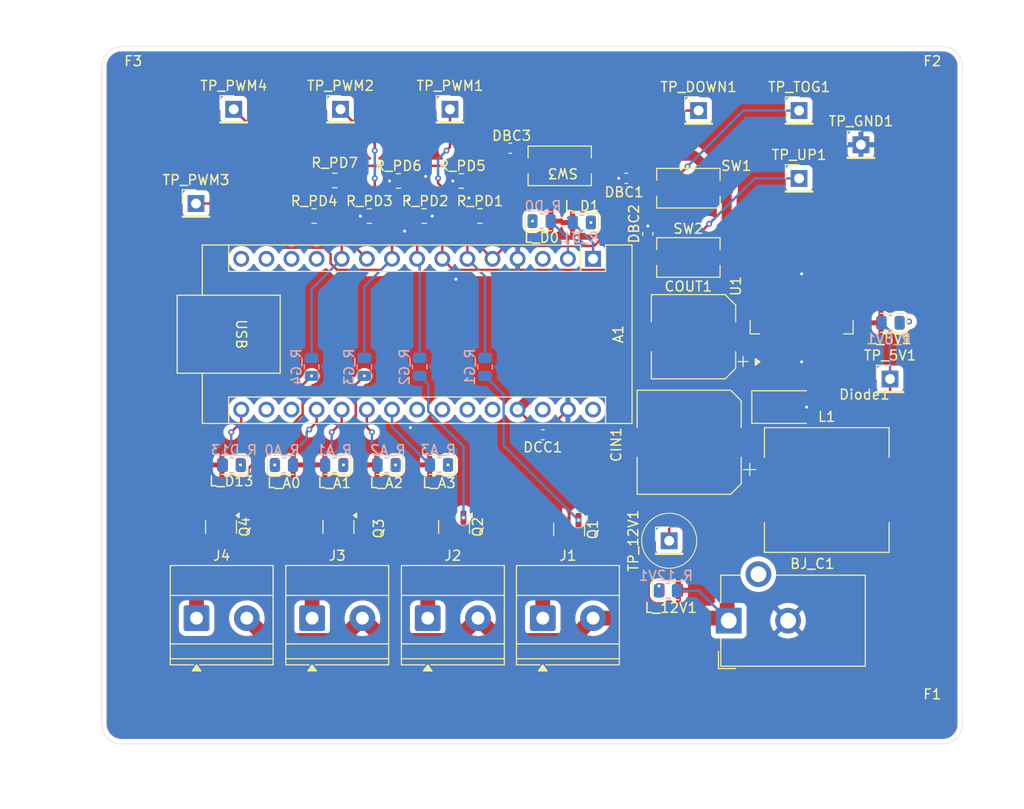
<source format=kicad_pcb>
(kicad_pcb (version 20241229) (generator "pcbnew") (generator_version "9.0")
  (layers (0 "F.Cu" signal) (2 "B.Cu" signal) (13 "F.Paste" user) (15 "B.Paste" user) (5 "F.SilkS" user "F.Silkscreen") (7 "B.SilkS" user "B.Silkscreen") (1 "F.Mask" user) (3 "B.Mask" user) (25 "Edge.Cuts" user))
  (net 0 "")
  (net 1 "/PWM3")
  (net 2 "/PWM1")
  (net 4 "/+5V")
  (net 5 "/D_A3")
  (net 6 "/D_D13")
  (net 7 "/TOG")
  (net 10 "/D_A1")
  (net 11 "GND")
  (net 12 "/D_D1")
  (net 14 "/D_D0")
  (net 16 "/DOWN")
  (net 17 "/D_A0")
  (net 18 "/D_A2")
  (net 23 "/PWM2")
  (net 24 "/PWM4")
  (net 25 "/UP")
  (net 26 "+12V")
  (net 27 "Net-(Diode1-K)")
  (net 28 "Net-(J2-Pin_1)")
  (net 29 "Net-(J3-Pin_1)")
  (net 30 "Net-(J4-Pin_1)")
  (net 31 "Net-(J1-Pin_1)")
  (net 32 "Net-(L_5V1-K)")
  (net 33 "Net-(L_12V1-K)")
  (net 34 "Net-(L_A0-K)")
  (net 35 "Net-(L_A1-K)")
  (net 36 "Net-(L_A2-K)")
  (net 37 "Net-(L_A3-K)")
  (net 38 "Net-(L_D0-K)")
  (net 39 "Net-(L_D1-K)")
  (net 40 "Net-(L_D13-K)")
  (net 41 "Net-(Q1-G)")
  (net 42 "Net-(Q2-G)")
  (net 43 "Net-(Q3-G)")
  (net 44 "Net-(Q4-G)")
  (footprint "Resistor_SMD:R_0805_2012Metric" (layer "F.Cu") (at 137.668 83.82 180)
    (property "Reference" "R_PD4")
    (property "Value" "10kΩ")
  )
  (footprint "Connector_PinHeader_2.54mm:PinHeader_1x01_P2.54mm_Vertical" (layer "F.Cu") (at 140.335 73.025)
    (property "Reference" "TP_PWM2")
    (property "Value" "PWM2")
  )
  (footprint "LED_SMD:LED_0805_2012Metric" (layer "F.Cu") (at 160.6605 84.328)
    (property "Reference" "L_D0")
    (property "Value" "D0")
  )
  (footprint "LED_SMD:LED_0805_2012Metric" (layer "F.Cu") (at 164.7295 84.472 180)
    (property "Reference" "L_D1")
    (property "Value" "D1")
  )
  (footprint "Diode_SMD:D_SMA" (layer "F.Cu") (at 185.42 103.124)
    (property "Reference" "Diode1")
    (property "Value" "SS34")
  )
  (footprint "Resistor_SMD:R_0805_2012Metric" (layer "F.Cu") (at 154.432 83.82)
    (property "Reference" "R_PD1")
    (property "Value" "10kΩ")
  )
  (footprint "Connector_BarrelJack:BarrelJack_CUI_PJ-102AH_Horizontal" (layer "F.Cu") (at 179.578 124.714 90)
    (property "Reference" "BJ_C1")
    (property "Value" "Barrel_Jack")
  )
  (footprint "Resistor_SMD:R_0805_2012Metric" (layer "F.Cu") (at 146.188276 80.264 180)
    (property "Reference" "R_PD6")
    (property "Value" "10kΩ")
  )
  (footprint "Button_Switch_SMD:SW_Tactile_SPST_NO_Straight_CK_PTS636Sx25SMTRLFS" (layer "F.Cu") (at 175.5 88 180)
    (property "Reference" "SW2")
    (property "Value" "SW_Push")
  )
  (footprint "Button_Switch_SMD:SW_Tactile_SPST_NO_Straight_CK_PTS636Sx25SMTRLFS" (layer "F.Cu") (at 162.495 78.74 180)
    (property "Reference" "SW3")
    (property "Value" "SW_Push")
  )
  (footprint "TerminalBlock_Phoenix:TerminalBlock_Phoenix_MKDS-1,5-2-5.08_1x02_P5.08mm_Horizontal" (layer "F.Cu") (at 149.152 124.46)
    (property "Reference" "J2")
    (property "Value" "Screw_Terminal_01x02")
  )
  (footprint "Connector_PinHeader_2.54mm:PinHeader_1x01_P2.54mm_Vertical" (layer "F.Cu") (at 186.69 80.01)
    (property "Reference" "TP_UP1")
    (property "Value" "UP")
  )
  (footprint "Capacitor_SMD:C_0603_1608Metric" (layer "F.Cu") (at 157.493 76.962)
    (property "Reference" "DBC3")
    (property "Value" "0.1uF")
  )
  (footprint "LED_SMD:LED_0805_2012Metric" (layer "F.Cu") (at 195.899638 94.605257 180)
    (property "Reference" "L_5V1")
    (property "Value" "5V")
  )
  (footprint "TerminalBlock_Phoenix:TerminalBlock_Phoenix_MKDS-1,5-2-5.08_1x02_P5.08mm_Horizontal" (layer "F.Cu") (at 160.783 124.46)
    (property "Reference" "J1")
    (property "Value" "Screw_Terminal_01x02")
  )
  (footprint "Connector_PinHeader_2.54mm:PinHeader_1x01_P2.54mm_Vertical" (layer "F.Cu") (at 195.8848 100.2792)
    (property "Reference" "TP_5V1")
    (property "Value" "+5V")
  )
  (footprint "Package_TO_SOT_SMD:TO-263-5_TabPin3" (layer "F.Cu") (at 186.944 90.902 90)
    (property "Reference" "U1")
    (property "Value" "LM2596S-5")
  )
  (footprint "Capacitor_SMD:C_0603_1608Metric" (layer "F.Cu") (at 169.225 80)
    (property "Reference" "DBC1")
    (property "Value" "0.1uF")
  )
  (footprint "Fiducial:Fiducial_1mm_Mask2mm" (layer "F.Cu") (at 200.152 70.104)
    (property "Reference" "F2")
    (property "Value" "Fiducial_1mm_Mask2mm")
  )
  (footprint "Connector_PinHeader_2.54mm:PinHeader_1x01_P2.54mm_Vertical" (layer "F.Cu") (at 173.5605 116.6368)
    (property "Reference" "TP_12V1")
    (property "Value" "+12V")
  )
  (footprint "Fiducial:Fiducial_1mm_Mask2mm" (layer "F.Cu") (at 200.152 134.112)
    (property "Reference" "F1")
    (property "Value" "Fiducial_1mm_Mask2mm")
  )
  (footprint "Package_TO_SOT_SMD:SOT-23" (layer "F.Cu") (at 128.258 115.2375 -90)
    (property "Reference" "Q4")
    (property "Value" "AO3400A")
  )
  (footprint "Package_TO_SOT_SMD:SOT-23" (layer "F.Cu") (at 163.442 115.4915 -90)
    (property "Reference" "Q1")
    (property "Value" "AO3400A")
  )
  (footprint "Capacitor_SMD:C_0603_1608Metric" (layer "F.Cu") (at 160.782 105.918)
    (property "Reference" "DCC1")
    (property "Value" "0.1uF")
  )
  (footprint "LED_SMD:LED_0805_2012Metric" (layer "F.Cu") (at 150.2895 108.966 180)
    (property "Reference" "L_A3")
    (property "Value" "A3")
  )
  (footprint "Connector_PinHeader_2.54mm:PinHeader_1x01_P2.54mm_Vertical" (layer "F.Cu") (at 151.4 73.025)
    (property "Reference" "TP_PWM1")
    (property "Value" "PWM1")
  )
  (footprint "Connector_PinHeader_2.54mm:PinHeader_1x01_P2.54mm_Vertical" (layer "F.Cu") (at 192.9384 76.6064)
    (property "Reference" "TP_GND1")
    (property "Value" "GND")
  )
  (footprint "LED_SMD:LED_0805_2012Metric" (layer "F.Cu") (at 144.9555 108.966 180)
    (property "Reference" "L_A2")
    (property "Value" "A2")
  )
  (footprint "Button_Switch_SMD:SW_Tactile_SPST_NO_Straight_CK_PTS636Sx25SMTRLFS" (layer "F.Cu") (at 175.5 81 180)
    (property "Reference" "SW1")
    (property "Value" "SW_Push")
  )
  (footprint "LED_SMD:LED_0805_2012Metric" (layer "F.Cu") (at 139.7 108.966 180)
    (property "Reference" "L_A1")
    (property "Value" "A1")
  )
  (footprint "Connector_PinHeader_2.54mm:PinHeader_1x01_P2.54mm_Vertical" (layer "F.Cu") (at 186.69 73.152)
    (property "Reference" "TP_TOG1")
    (property "Value" "TOGGLE")
  )
  (footprint "Package_TO_SOT_SMD:SOT-23" (layer "F.Cu") (at 140.129 115.2375 -90)
    (property "Reference" "Q3")
    (property "Value" "AO3400A")
  )
  (footprint "Connector_PinHeader_2.54mm:PinHeader_1x01_P2.54mm_Vertical" (layer "F.Cu") (at 129.54 73.025)
    (property "Reference" "TP_PWM4")
    (property "Value" "PWM4")
  )
  (footprint "Module:Arduino_Nano" (layer "F.Cu") (at 165.862 88.138 -90)
    (property "Reference" "A1")
    (property "Value" "Arduino Nano")
  )
  (footprint "Resistor_SMD:R_0805_2012Metric" (layer "F.Cu") (at 143.256 83.82 180)
    (property "Reference" "R_PD3")
    (property "Value" "10kΩ")
  )
  (footprint "Resistor_SMD:R_0805_2012Metric" (layer "F.Cu") (at 152.550276 80.264 180)
    (property "Reference" "R_PD5")
    (property "Value" "10kΩ")
  )
  (footprint "Connector_PinHeader_2.54mm:PinHeader_1x01_P2.54mm_Vertical" (layer "F.Cu") (at 176.53 73.152)
    (property "Reference" "TP_DOWN1")
    (property "Value" "DOWN")
  )
  (footprint "TerminalBlock_Phoenix:TerminalBlock_Phoenix_MKDS-1,5-2-5.08_1x02_P5.08mm_Horizontal" (layer "F.Cu") (at 125.784 124.46)
    (property "Reference" "J4")
    (property "Value" "Screw_Terminal_01x02")
  )
  (footprint "Capacitor_SMD:CP_Elec_10x10" (layer "F.Cu") (at 175.578 106.68 180)
    (property "Reference" "CIN1")
    (property "Value" "680μF")
  )
  (footprint "LED_SMD:LED_0805_2012Metric" (layer "F.Cu") (at 129.286 108.966 180)
    (property "Reference" "L_D13")
    (property "Value" "D13")
  )
  (footprint "Package_TO_SOT_SMD:SOT-23" (layer "F.Cu") (at 151.812 115.2375 -90)
    (property "Reference" "Q2")
    (property "Value" "AO3400A")
  )
  (footprint "LED_SMD:LED_0805_2012Metric" (layer "F.Cu") (at 134.62 108.966)
    (property "Reference" "L_A0")
    (property "Value" "A0")
  )
  (footprint "Capacitor_SMD:C_0603_1608Metric" (layer "F.Cu") (at 171.4 85.6 -90)
    (property "Reference" "DBC2")
    (property "Value" "0.1uF")
  )
  (footprint "Fiducial:Fiducial_1mm_Mask2mm" (layer "F.Cu") (at 119.38 70.104)
    (property "Reference" "F3")
    (property "Value" "Fiducial_1mm_Mask2mm")
  )
  (footprint "Capacitor_SMD:CP_Elec_8x10" (layer "F.Cu") (at 176.022 96.012 180)
    (property "Reference" "COUT1")
    (property "Value" "220μF")
  )
  (footprint "Inductor_SMD:L_12x12mm_H8mm" (layer "F.Cu") (at 189.484 111.506)
    (property "Reference" "L1")
    (property "Value" "33μH")
  )
  (footprint "Resistor_SMD:R_0805_2012Metric" (layer "F.Cu") (at 148.7932 83.82)
    (property "Reference" "R_PD2")
    (property "Value" "10kΩ")
  )
  (footprint "TerminalBlock_Phoenix:TerminalBlock_Phoenix_MKDS-1,5-2-5.08_1x02_P5.08mm_Horizontal" (layer "F.Cu") (at 137.468 124.46)
    (property "Reference" "J3")
    (property "Value" "Screw_Terminal_01x02")
  )
  (footprint "Connector_PinHeader_2.54mm:PinHeader_1x01_P2.54mm_Vertical" (layer "F.Cu") (at 125.73 82.55)
    (property "Reference" "TP_PWM3")
    (property "Value" "PWM3")
  )
  (footprint "Resistor_SMD:R_0805_2012Metric" (layer "F.Cu") (at 139.748676 80.2132 180)
    (property "Reference" "R_PD7")
    (property "Value" "10kΩ")
  )
  (footprint "LED_SMD:LED_0805_2012Metric" (layer "F.Cu") (at 173.544699 121.636784)
    (property "Reference" "L_12V1")
    (property "Value" "12V")
  )
  (footprint "Resistor_SMD:R_0805_2012Metric" (layer "B.Cu") (at 134.62 109 180)
    (property "Reference" "R_A0")
    (property "Value" "470Ω")
  )
  (footprint "Resistor_SMD:R_0805_2012Metric" (layer "B.Cu") (at 164.7295 84.472)
    (property "Reference" "R_D1")
    (property "Value" "470Ω")
  )
  (footprint "Resistor_SMD:R_0805_2012Metric" (layer "B.Cu") (at 173.426699 121.692784 180)
    (property "Reference" "R_12V1")
    (property "Value" "1kΩ")
  )
  (footprint "Resistor_SMD:R_0805_2012Metric" (layer "B.Cu") (at 195.949638 94.605257)
    (property "Reference" "R_5V1")
    (property "Value" "470Ω")
  )
  (footprint "Resistor_SMD:R_0805_2012Metric" (layer "B.Cu") (at 160.6605 84.328 180)
    (property "Reference" "R_D0")
    (property "Value" "470Ω")
  )
  (footprint "Resistor_SMD:R_0805_2012Metric" (layer "B.Cu") (at 148.336 99.05 -90)
    (property "Reference" "R_G2")
    (property "Value" "220")
  )
  (footprint "Resistor_SMD:R_0805_2012Metric" (layer "B.Cu") (at 154.94 99.06 -90)
    (property "Reference" "R_G1")
    (property "Value" "220")
  )
  (footprint "Resistor_SMD:R_0805_2012Metric" (layer "B.Cu") (at 129.3635 109)
    (property "Reference" "R_D13")
    (property "Value" "470Ω")
  )
  (footprint "Resistor_SMD:R_0805_2012Metric" (layer "B.Cu") (at 142.748 99.06 -90)
    (property "Reference" "R_G3")
    (property "Value" "220")
  )
  (footprint "Resistor_SMD:R_0805_2012Metric" (layer "B.Cu") (at 139.7 109)
    (property "Reference" "R_A1")
    (property "Value" "470Ω")
  )
  (footprint "Resistor_SMD:R_0805_2012Metric" (layer "B.Cu") (at 145 109)
    (property "Reference" "R_A2")
    (property "Value" "470Ω")
  )
  (footprint "Resistor_SMD:R_0805_2012Metric" (layer "B.Cu") (at 150.2895 108.966)
    (property "Reference" "R_A3")
    (property "Value" "470Ω")
  )
  (footprint "Resistor_SMD:R_0805_2012Metric" (layer "B.Cu") (at 137.414 99.06 -90)
    (property "Reference" "R_G4")
    (property "Value" "220")
  )
  (gr_circle (center 173.5605 116.6368) (end 175.88865 118.1608) (stroke (width 0.1)) (fill no) (layer "F.SilkS"))
  (gr_arc (start 201.2 66.675) (mid 202.614214 67.260786) (end 203.2 68.675) (stroke (width 0.05)) (layer "Edge.Cuts"))
  (gr_arc (start 203.2 135.16) (mid 202.614214 136.574214) (end 201.2 137.16) (stroke (width 0.05)) (layer "Edge.Cuts"))
  (gr_arc (start 116.205 68.675) (mid 116.790786 67.260786) (end 118.205 66.675) (stroke (width 0.05)) (layer "Edge.Cuts"))
  (gr_line (start 118.205 66.675) (end 201.2 66.675) (stroke (width 0.05)) (layer "Edge.Cuts"))
  (gr_line (start 116.205 135.16) (end 116.205 68.675) (stroke (width 0.05)) (layer "Edge.Cuts"))
  (gr_line (start 203.2 68.675) (end 203.2 135.16) (stroke (width 0.05)) (layer "Edge.Cuts"))
  (gr_line (start 201.2 137.16) (end 118.205 137.16) (stroke (width 0.05)) (layer "Edge.Cuts"))
  (gr_arc (start 118.205 137.16) (mid 116.790786 136.574214) (end 116.205 135.16) (stroke (width 0.05)) (layer "Edge.Cuts"))
  (segment (start 144.416 89.264) (end 145.542 88.138) (width 0.25) (layer "F.Cu") (net 1))
  (segment (start 139.336 88.604405) (end 139.995595 89.264) (width 0.25) (layer "F.Cu") (net 1))
  (segment (start 139.336 87.671595) (end 139.336 88.604405) (width 0.25) (layer "F.Cu") (net 1))
  (segment (start 139.995595 89.264) (end 144.416 89.264) (width 0.25) (layer "F.Cu") (net 1))
  (segment (start 138.676405 87.012) (end 139.336 87.671595) (width 0.25) (layer "F.Cu") (net 1))
  (segment (start 145.542 85.1935) (end 144.1685 83.82) (width 0.25) (layer "F.Cu") (net 1))
  (segment (start 145.542 88.138) (end 145.542 85.1935) (width 0.25) (layer "F.Cu") (net 1))
  (segment (start 134.002 87.012) (end 138.676405 87.012) (width 0.25) (layer "F.Cu") (net 1))
  (segment (start 129.54 82.55) (end 134.002 87.012) (width 0.25) (layer "F.Cu") (net 1))
  (segment (start 125.73 82.55) (end 129.54 82.55) (width 0.25) (layer "F.Cu") (net 1))
  (segment (start 142.748 90.932) (end 145.542 88.138) (width 0.25) (layer "B.Cu") (net 1))
  (segment (start 142.748 98.1475) (end 142.748 90.932) (width 0.25) (layer "B.Cu") (net 1))
  (segment (start 150.2 80) (end 150.2 80.5005) (width 0.25) (layer "F.Cu") (net 2))
  (segment (start 151.4 76.85) (end 151.4 73.025) (width 0.25) (layer "F.Cu") (net 2))
  (segment (start 153.162 84.1775) (end 153.5195 83.82) (width 0.25) (layer "F.Cu") (net 2))
  (segment (start 151.05 77.2) (end 151.4 76.85) (width 0.25) (layer "F.Cu") (net 2))
  (segment (start 153.162 88.138) (end 153.162 84.1775) (width 0.25) (layer "F.Cu") (net 2))
  (segment (start 150.2 80.5005) (end 153.5195 83.82) (width 0.25) (layer "F.Cu") (net 2))
  (via (at 150.2 80) (size 0.6) (drill 0.3) (layers "F.Cu" "B.Cu") (net 2))
  (via (at 151.05 77.2) (size 0.6) (drill 0.3) (layers "F.Cu" "B.Cu") (net 2))
  (segment (start 150.2 78.05) (end 151.05 77.2) (width 0.25) (layer "B.Cu") (net 2))
  (segment (start 154.94 89.916) (end 153.162 88.138) (width 0.25) (layer "B.Cu") (net 2))
  (segment (start 154.94 98.1475) (end 154.94 89.916) (width 0.25) (layer "B.Cu") (net 2))
  (segment (start 150.2 80) (end 150.2 78.05) (width 0.25) (layer "B.Cu") (net 2))
  (segment (start 167.386 77.724) (end 176.099 77.724) (width 1) (layer "F.Cu") (net 4))
  (segment (start 180.034 97.028) (end 180.034 96.774) (width 1) (layer "F.Cu") (net 4))
  (segment (start 179.526 97.282) (end 179.78 97.282) (width 1.5) (layer "F.Cu") (net 4))
  (segment (start 188.644 98.552) (end 188.644 96.196602) (width 1.5) (layer "F.Cu") (net 4))
  (segment (start 179.375 81) (end 179.375 88) (width 1) (layer "F.Cu") (net 4))
  (segment (start 194.434 106.782602) (end 194.434 111.506) (width 1.5) (layer "F.Cu") (net 4))
  (segment (start 158.242 103.378) (end 162.133 99.487) (width 1) (layer "F.Cu") (net 4))
  (segment (start 179.375 88) (end 179.375 97.433) (width 1) (layer "F.Cu") (net 4))
  (segment (start 166.37 78.74) (end 167.386 77.724) (width 1) (layer "F.Cu") (net 4))
  (segment (start 179.526 97.536) (end 180.034 97.028) (width 1) (layer "F.Cu") (net 4))
  (segment (start 162.133 99.487) (end 177.321 99.487) (width 1) (layer "F.Cu") (net 4))
  (segment (start 188.644 96.196602) (end 187.748398 95.301) (width 1.5) (layer "F.Cu") (net 4))
  (segment (start 188.644 98.552) (end 188.644 100.992602) (width 1.5) (layer "F.Cu") (net 4))
  (segment (start 179.272 97.536) (end 179.526 97.536) (width 1) (layer "F.Cu") (net 4))
  (segment (start 180.034 96.774) (end 179.272 96.012) (width 1) (layer "F.Cu") (net 4))
  (segment (start 187.748398 95.301) (end 179.983 95.301) (width 1.5) (layer "F.Cu") (net 4))
  (segment (start 176.099 77.724) (end 179.375 81) (width 1) (layer "F.Cu") (net 4))
  (segment (start 179.78 97.282) (end 180.034 97.028) (width 1.5) (layer "F.Cu") (net 4))
  (segment (start 160.007 105.918) (end 160.007 105.143) (width 0.25) (layer "F.Cu") (net 4))
  (segment (start 177.321 99.487) (end 179.272 97.536) (width 1) (layer "F.Cu") (net 4))
  (segment (start 179.478 97.536) (end 179.526 97.536) (width 1) (layer "F.Cu") (net 4))
  (segment (start 179.983 95.301) (end 179.272 96.012) (width 1.5) (layer "F.Cu") (net 4))
  (segment (start 188.644 100.992602) (end 194.434 106.782602) (width 1.5) (layer "F.Cu") (net 4))
  (segment (start 160.007 105.143) (end 158.242 103.378) (width 0.25) (layer "F.Cu") (net 4))
  (segment (start 179.375 97.433) (end 179.478 97.536) (width 1) (layer "F.Cu") (net 4))
  (segment (start 195.8848 100.2792) (end 195.8848 110.0552) (width 0.25) (layer "F.Cu") (net 4))
  (segment (start 195.8848 110.0552) (end 194.434 111.506) (width 0.25) (layer "F.Cu") (net 4))
  (segment (start 195.8848 95.452919) (end 195.037138 94.605257) (width 0.25) (layer "B.Cu") (net 4))
  (segment (start 195.8848 100.2792) (end 195.8848 95.452919) (width 0.25) (layer "B.Cu") (net 4))
  (segment (start 145.542 105.131) (end 149.377 108.966) (width 0.25) (layer "B.Cu") (net 5))
  (segment (start 145.542 103.378) (end 145.542 105.131) (width 0.25) (layer "B.Cu") (net 5))
  (segment (start 130.302 104.648) (end 129.286 105.664) (width 0.25) (layer "F.Cu") (net 6))
  (segment (start 130.302 103.378) (end 130.302 104.648) (width 0.25) (layer "F.Cu") (net 6))
  (via (at 129.286 105.664) (size 0.6) (drill 0.3) (layers "F.Cu" "B.Cu") (net 6))
  (segment (start 129.286 106.861) (end 128.451 107.696) (width 0.25) (layer "B.Cu") (net 6))
  (segment (start 128.451 107.696) (end 128.451 109) (width 0.25) (layer "B.Cu") (net 6))
  (segment (start 129.286 105.664) (end 129.286 106.861) (width 0.25) (layer "B.Cu") (net 6))
  (segment (start 171.625 81) (end 173.2 81) (width 0.25) (layer "F.Cu") (net 7))
  (segment (start 169.8 80.025) (end 170.65 80.025) (width 0.25) (layer "F.Cu") (net 7))
  (segment (start 154.479 86.915) (end 154.479 81.280224) (width 0.25) (layer "F.Cu") (net 7))
  (segment (start 157.003502 86.836498) (end 165.963502 86.836498) (width 0.25) (layer "F.Cu") (net 7))
  (segment (start 165.963502 86.836498) (end 171.625 81.175) (width 0.25) (layer "F.Cu") (net 7))
  (segment (start 173.2 81) (end 175.4 78.8) (width 0.25) (layer "F.Cu") (net 7))
  (segment (start 154.479 81.280224) (end 153.462776 80.264) (width 0.25) (layer "F.Cu") (net 7))
  (segment (start 155.702 88.138) (end 154.479 86.915) (width 0.25) (layer "F.Cu") (net 7))
  (segment (start 171.625 81.175) (end 171.625 81) (width 0.25) (layer "F.Cu") (net 7))
  (segment (start 170.65 80.025) (end 171.625 81) (width 0.25) (layer "F.Cu") (net 7))
  (segment (start 155.702 88.138) (end 157.003502 86.836498) (width 0.25) (layer "F.Cu") (net 7))
  (via (at 175.4 78.8) (size 0.6) (drill 0.3) (layers "F.Cu" "B.Cu") (net 7))
  (segment (start 181.048 73.152) (end 186.69 73.152) (width 0.25) (layer "B.Cu") (net 7))
  (segment (start 175.4 78.8) (end 181.048 73.152) (width 0.25) (layer "B.Cu") (net 7))
  (segment (start 140.462 104.648) (end 139.446 105.664) (width 0.25) (layer "F.Cu") (net 10))
  (segment (start 140.462 103.378) (end 140.462 104.648) (width 0.25) (layer "F.Cu") (net 10))
  (via (at 139.446 105.664) (size 0.6) (drill 0.3) (layers "F.Cu" "B.Cu") (net 10))
  (segment (start 139.446 105.664) (end 139.446 107.0375) (width 0.25) (layer "B.Cu") (net 10))
  (segment (start 139.446 107.0375) (end 138.7875 107.696) (width 0.25) (layer "B.Cu") (net 10))
  (segment (start 138.7875 107.696) (end 138.7875 109) (width 0.25) (layer "B.Cu") (net 10))
  (segment (start 161.557 105.143) (end 163.322 103.378) (width 0.25) (layer "F.Cu") (net 11))
  (segment (start 161.557 105.918) (end 161.557 105.143) (width 0.25) (layer "F.Cu") (net 11))
  (via (at 168.45 80) (size 0.6) (drill 0.3) (layers "F.Cu" "B.Cu") (net 11))
  (via (at 151.6888 80.264) (size 0.6) (drill 0.3) (layers "F.Cu" "B.Cu") (net 11))
  (via (at 187.452 103.124) (size 0.6) (drill 0.3) (layers "F.Cu" "B.Cu") (net 11))
  (via (at 152 90.2) (size 0.6) (drill 0.3) (layers "F.Cu" "B.Cu") (net 11))
  (via (at 171.4 84.825) (size 0.6) (drill 0.3) (layers "F.Cu" "B.Cu") (net 11))
  (via (at 186.944 98.552) (size 0.6) (drill 0.3) (layers "F.Cu" "B.Cu") (net 11))
  (via (at 142.3435 83.82) (size 0.6) (drill 0.3) (layers "F.Cu" "B.Cu") (net 11))
  (via (at 149.606 83.82) (size 0.6) (drill 0.3) (layers "F.Cu" "B.Cu") (net 11))
  (via (at 147.4 105.2) (size 0.6) (drill 0.3) (layers "F.Cu" "B.Cu") (net 11))
  (via (at 164.2 86) (size 0.6) (drill 0.3) (layers "F.Cu" "B.Cu") (net 11))
  (via (at 146.812 85.344) (size 0.6) (drill 0.3) (layers "F.Cu" "B.Cu") (net 11))
  (via (at 145.288 80.264) (size 0.6) (drill 0.3) (layers "F.Cu" "B.Cu") (net 11))
  (via (at 147.2184 82.1436) (size 0.6) (drill 0.3) (layers "F.Cu" "B.Cu") (net 11))
  (via (at 186.944 89.662) (size 0.6) (drill 0.3) (layers "F.Cu" "B.Cu") (net 11))
  (via (at 148.9456 79.8068) (size 0.6) (drill 0.3) (layers "F.Cu" "B.Cu") (net 11))
  (via (at 153.3144 81.9912) (size 0.6) (drill 0.3) (layers "F.Cu" "B.Cu") (net 11))
  (segment (start 163.338 83.993) (end 163.817 84.472) (width 0.25) (layer "B.Cu") (net 12))
  (segment (start 165.862 86.517) (end 163.817 84.472) (width 0.25) (layer "B.Cu") (net 12))
  (segment (start 165.862 88.138) (end 165.862 86.517) (width 0.25) (layer "B.Cu") (net 12))
  (segment (start 163.322 88.138) (end 163.322 86.077) (width 0.25) (layer "B.Cu") (net 14))
  (segment (start 163.322 86.077) (end 161.573 84.328) (width 0.25) (layer "B.Cu") (net 14))
  (segment (start 141.1205 86.2565) (end 141.1205 80.456) (width 0.25) (layer "F.Cu") (net 16))
  (segment (start 158.62 77.314) (end 158.268 76.962) (width 0.25) (layer "F.Cu") (net 16))
  (segment (start 158.268 76.962) (end 162.078 73.152) (width 0.25) (layer "F.Cu") (net 16))
  (segment (start 141.6385 80) (end 142.8985 78.74) (width 0.25) (layer "F.Cu") (net 16))
  (segment (start 141.3125 80.264) (end 141.5765 80) (width 0.25) (layer "F.Cu") (net 16))
  (segment (start 141.1205 80.456) (end 141.3125 80.264) (width 0.25) (layer "F.Cu") (net 16))
  (segment (start 143.002 88.138) (end 141.1205 86.2565) (width 0.25) (layer "F.Cu") (net 16))
  (segment (start 142.8985 78.74) (end 158.62 78.74) (width 0.25) (layer "F.Cu") (net 16))
  (segment (start 141.5765 80) (end 141.6385 80) (width 0.25) (layer "F.Cu") (net 16))
  (segment (start 158.62 78.74) (end 158.62 77.314) (width 0.25) (layer "F.Cu") (net 16))
  (segment (start 162.078 73.152) (end 176.53 73.152) (width 0.25) (layer "F.Cu") (net 16))
  (segment (start 137.922 104.648) (end 137.922 103.378) (width 0.25) (layer "F.Cu") (net 17))
  (segment (start 137.185 105.385) (end 137.922 104.648) (width 0.25) (layer "F.Cu") (net 17))
  (via (at 137.185 105.385) (size 0.6) (drill 0.3) (layers "F.Cu" "B.Cu") (net 17))
  (segment (start 135.5325 107.696) (end 135.5325 109) (width 0.25) (layer "B.Cu") (net 17))
  (segment (start 136.906 105.664) (end 136.906 106.3225) (width 0.25) (layer "B.Cu") (net 17))
  (segment (start 136.906 106.3225) (end 135.5325 107.696) (width 0.25) (layer "B.Cu") (net 17))
  (segment (start 137.185 105.385) (end 136.906 105.664) (width 0.25) (layer "B.Cu") (net 17))
  (segment (start 143.002 105.156) (end 143.51 105.664) (width 0.25) (layer "F.Cu") (net 18))
  (segment (start 143.002 103.378) (end 143.002 105.156) (width 0.25) (layer "F.Cu") (net 18))
  (via (at 143.51 105.664) (size 0.6) (drill 0.3) (layers "F.Cu" "B.Cu") (net 18))
  (segment (start 143.51 107.214) (end 144.0875 107.7915) (width 0.25) (layer "B.Cu") (net 18))
  (segment (start 143.51 105.664) (end 143.51 107.214) (width 0.25) (layer "B.Cu") (net 18))
  (segment (start 144.0875 107.7915) (end 144.0875 109) (width 0.25) (layer "B.Cu") (net 18))
  (segment (start 143.8 76.49) (end 140.335 73.025) (width 0.25) (layer "F.Cu") (net 23))
  (segment (start 143.8 77.2) (end 143.8 76.49) (width 0.25) (layer "F.Cu") (net 23))
  (segment (start 147.8807 83.9197) (end 147.8807 83.82) (width 0.25) (layer "F.Cu") (net 23))
  (segment (start 147.8807 83.82) (end 146.62 83.82) (width 0.25) (layer "F.Cu") (net 23))
  (segment (start 148.082 88.138) (end 148.082 84.121) (width 0.25) (layer "F.Cu") (net 23))
  (segment (start 143.8 81) (end 143.8 80) (width 0.25) (layer "F.Cu") (net 23))
  (segment (start 146.62 83.82) (end 143.8 81) (width 0.25) (layer "F.Cu") (net 23))
  (segment (start 148.082 84.121) (end 147.8807 83.9197) (width 0.25) (layer "F.Cu") (net 23))
  (via (at 143.8 80) (size 0.6) (drill 0.3) (layers "F.Cu" "B.Cu") (net 23))
  (via (at 143.8 77.2) (size 0.6) (drill 0.3) (layers "F.Cu" "B.Cu") (net 23))
  (segment (start 143.8 77.2) (end 143.8 80) (width 0.25) (layer "B.Cu") (net 23))
  (segment (start 148.336 88.392) (end 148.082 88.138) (width 0.25) (layer "B.Cu") (net 23))
  (segment (start 148.336 98.1375) (end 148.336 88.392) (width 0.25) (layer "B.Cu") (net 23))
  (segment (start 138.5805 82.0655) (end 129.54 73.025) (width 0.25) (layer "F.Cu") (net 24))
  (segment (start 140.462 85.7015) (end 138.5805 83.82) (width 0.25) (layer "F.Cu") (net 24))
  (segment (start 140.462 88.138) (end 140.462 85.7015) (width 0.25) (layer "F.Cu") (net 24))
  (segment (start 138.5805 83.82) (end 138.5805 82.0655) (width 0.25) (layer "F.Cu") (net 24))
  (segment (start 137.414 91.186) (end 140.462 88.138) (width 0.25) (layer "B.Cu") (net 24))
  (segment (start 137.414 98.1475) (end 137.414 91.186) (width 0.25) (layer "B.Cu") (net 24))
  (segment (start 171.4 86.375) (end 172.575 85.2) (width 0.25) (layer "F.Cu") (net 25))
  (segment (start 172.575 85.2) (end 177 85.2) (width 0.25) (layer "F.Cu") (net 25))
  (segment (start 150.622 88.138) (end 150.622 83.1596) (width 0.25) (layer "F.Cu") (net 25))
  (segment (start 170.361 89.264) (end 171.625 88) (width 0.25) (layer "F.Cu") (net 25))
  (segment (start 150.622 83.1596) (end 147.7264 80.264) (width 0.25) (layer "F.Cu") (net 25))
  (segment (start 151.748 89.264) (end 170.361 89.264) (width 0.25) (layer "F.Cu") (net 25))
  (segment (start 147.7264 80.264) (end 147.100776 80.264) (width 0.25) (layer "F.Cu") (net 25))
  (segment (start 171.625 88) (end 171.625 86.6) (width 0.25) (layer "F.Cu") (net 25))
  (segment (start 150.622 88.138) (end 151.748 89.264) (width 0.25) (layer "F.Cu") (net 25))
  (segment (start 171.625 86.6) (end 171.4 86.375) (width 0.25) (layer "F.Cu") (net 25))
  (segment (start 177 85.2) (end 177.6 84.6) (width 0.25) (layer "F.Cu") (net 25))
  (via (at 177.6 84.6) (size 0.6) (drill 0.3) (layers "F.Cu" "B.Cu") (net 25))
  (segment (start 182.19 80.01) (end 186.69 80.01) (width 0.25) (layer "B.Cu") (net 25))
  (segment (start 177.6 84.6) (end 182.19 80.01) (width 0.25) (layer "B.Cu") (net 25))
  (segment (start 179.578 124.714) (end 179.324 124.46) (width 1.5) (layer "F.Cu") (net 26))
  (segment (start 173.5605 116.6368) (end 173.5605 112.6975) (width 0.25) (layer "F.Cu") (net 26))
  (segment (start 173.5605 112.6975) (end 179.578 106.68) (width 0.25) (layer "F.Cu") (net 26))
  (segment (start 179.324 124.46) (end 165.863 124.46) (width 1.5) (layer "F.Cu") (net 26))
  (segment (start 179.578 103.632) (end 181.219 101.991) (width 1.5) (layer "F.Cu") (net 26))
  (segment (start 181.937 101.273) (end 183.544 99.666) (width 1.5) (layer "F.Cu") (net 26))
  (segment (start 156.483 126.711) (end 154.232 124.46) (width 1.5) (layer "F.Cu") (net 26))
  (segment (start 165.863 124.46) (end 163.612 126.711) (width 1.5) (layer "F.Cu") (net 26))
  (segment (start 179.42 124.556) (end 179.42 108.108) (width 1.5) (layer "F.Cu") (net 26))
  (segment (start 163.612 126.711) (end 156.483 126.711) (width 1.5) (layer "F.Cu") (net 26))
  (segment (start 142.548 124.46) (end 140.297 126.711) (width 1.5) (layer "F.Cu") (net 26))
  (segment (start 183.544 99.666) (end 183.544 98.552) (width 1.5) (layer "F.Cu") (net 26))
  (segment (start 144.799 126.711) (end 142.548 124.46) (width 1.5) (layer "F.Cu") (net 26))
  (segment (start 181.219 101.969602) (end 181.915602 101.273) (width 1.5) (layer "F.Cu") (net 26))
  (segment (start 151.981 126.711) (end 144.799 126.711) (width 1.5) (layer "F.Cu") (net 26))
  (segment (start 133.115 126.711) (end 130.864 124.46) (width 1.5) (layer "F.Cu") (net 26))
  (segment (start 140.297 126.711) (end 133.115 126.711) (width 1.5) (layer "F.Cu") (net 26))
  (segment (start 179.578 124.714) (end 179.42 124.556) (width 1.5) (layer "F.Cu") (net 26))
  (segment (start 154.232 124.46) (end 151.981 126.711) (width 1.5) (layer "F.Cu") (net 26))
  (segment (start 179.578 106.68) (end 179.578 103.632) (width 1.5) (layer "F.Cu") (net 26))
  (segment (start 179.42 108.108) (end 179.578 107.95) (width 1.5) (layer "F.Cu") (net 26))
  (segment (start 181.219 101.991) (end 181.219 101.969602) (width 1.5) (layer "F.Cu") (net 26))
  (segment (start 181.915602 101.273) (end 181.937 101.273) (width 1.5) (layer "F.Cu") (net 26))
  (segment (start 174.339199 121.692784) (end 176.556784 121.692784) (width 0.25) (layer "B.Cu") (net 26))
  (segment (start 176.556784 121.692784) (end 179.578 124.714) (width 0.25) (layer "B.Cu") (net 26))
  (segment (start 183.42 103.436) (end 183.42 103.124) (width 1.5) (layer "F.Cu") (net 27))
  (segment (start 183.42 103.124) (end 185.245 101.299) (width 1.5) (layer "F.Cu") (net 27))
  (segment (start 183.772 103.788) (end 183.42 103.436) (width 1.5) (layer "F.Cu") (net 27))
  (segment (start 185.245 101.299) (end 185.245 100.370577) (width 1.5) (layer "F.Cu") (net 27))
  (segment (start 183.772 110.744) (end 183.772 103.788) (width 1.5) (layer "F.Cu") (net 27))
  (segment (start 184.534 111.506) (end 183.772 110.744) (width 1.5) (layer "F.Cu") (net 27))
  (segment (start 149.152 124.46) (end 149.152 118.835) (width 1.5) (layer "F.Cu") (net 28))
  (segment (start 149.152 118.835) (end 151.812 116.175) (width 1.5) (layer "F.Cu") (net 28))
  (segment (start 137.468 124.46) (end 137.468 118.836) (width 1.5) (layer "F.Cu") (net 29))
  (segment (start 137.468 118.836) (end 140.129 116.175) (width 1.5) (layer "F.Cu") (net 29))
  (segment (start 125.784 118.649) (end 128.258 116.175) (width 1.5) (layer "F.Cu") (net 30))
  (segment (start 125.784 124.46) (end 125.784 118.649) (width 1.5) (layer "F.Cu") (net 30))
  (segment (start 160.783 119.088) (end 163.442 116.429) (width 1.5) (layer "F.Cu") (net 31))
  (segment (start 160.783 119.088) (end 160.783 124.46) (width 1.5) (layer "F.Cu") (net 31))
  (via (at 197.8 94.476) (size 0.6) (drill 0.3) (layers "F.Cu" "B.Cu") (net 32))
  (via (at 172.53 121.214) (size 0.6) (drill 0.3) (layers "F.Cu" "B.Cu") (net 33))
  (via (at 133.6825 108.966) (size 0.6) (drill 0.3) (layers "F.Cu" "B.Cu") (net 34))
  (segment (start 133.7075 109) (end 133.6825 108.975) (width 0.25) (layer "B.Cu") (net 34))
  (segment (start 133.6825 108.975) (end 133.6825 108.966) (width 0.25) (layer "B.Cu") (net 34))
  (via (at 140.6375 108.966) (size 0.6) (drill 0.3) (layers "F.Cu" "B.Cu") (net 35))
  (segment (start 140.6375 108.975) (end 140.6375 108.966) (width 0.25) (layer "B.Cu") (net 35))
  (segment (start 140.6125 109) (end 140.6375 108.975) (width 0.25) (layer "B.Cu") (net 35))
  (via (at 145.893 108.966) (size 0.6) (drill 0.3) (layers "F.Cu" "B.Cu") (net 36))
  (segment (start 145.9125 109) (end 145.893 108.9805) (width 0.25) (layer "B.Cu") (net 36))
  (segment (start 145.893 108.9805) (end 145.893 108.966) (width 0.25) (layer "B.Cu") (net 36))
  (via (at 151.202 108.966) (size 0.6) (drill 0.3) (layers "F.Cu" "B.Cu") (net 37))
  (via (at 159.748 84.328) (size 0.6) (drill 0.3) (layers "F.Cu" "B.Cu") (net 38))
  (via (at 165.642 84.472) (size 0.6) (drill 0.3) (layers "F.Cu" "B.Cu") (net 39))
  (via (at 130.2235 108.966) (size 0.6) (drill 0.3) (layers "F.Cu" "B.Cu") (net 40))
  (segment (start 130.242 108.966) (end 130.2235 108.966) (width 0.25) (layer "B.Cu") (net 40))
  (segment (start 130.276 109) (end 130.242 108.966) (width 0.25) (layer "B.Cu") (net 40))
  (via (at 164.392 114.554) (size 0.6) (drill 0.3) (layers "F.Cu" "B.Cu") (net 41))
  (segment (start 164.392 114.554) (end 156.828 106.99) (width 0.25) (layer "B.Cu") (net 41))
  (segment (start 156.828 101.8605) (end 154.94 99.9725) (width 0.25) (layer "B.Cu") (net 41))
  (segment (start 156.828 106.99) (end 156.828 101.8605) (width 0.25) (layer "B.Cu") (net 41))
  (via (at 152.762 114.3) (size 0.6) (drill 0.3) (layers "F.Cu" "B.Cu") (net 42))
  (segment (start 152.762 114.3) (end 152.762 107.110405) (width 0.25) (layer "B.Cu") (net 42))
  (segment (start 149.208 100.8345) (end 148.336 99.9625) (width 0.25) (layer "B.Cu") (net 42))
  (segment (start 149.208 103.556405) (end 149.208 100.8345) (width 0.25) (layer "B.Cu") (net 42))
  (segment (start 152.762 107.110405) (end 149.208 103.556405) (width 0.25) (layer "B.Cu") (net 42))
  (segment (start 141.876 113.503) (end 141.876 100.8445) (width 0.25) (layer "F.Cu") (net 43))
  (segment (start 141.876 100.8445) (end 142.748 99.9725) (width 0.25) (layer "F.Cu") (net 43))
  (segment (start 141.079 114.3) (end 141.876 113.503) (width 0.25) (layer "F.Cu") (net 43))
  (via (at 142.748 99.9725) (size 0.6) (drill 0.3) (layers "F.Cu" "B.Cu") (net 43))
  (segment (start 131.037 109.315405) (end 136.508 103.844405) (width 0.25) (layer "F.Cu") (net 44))
  (segment (start 136.508 103.844405) (end 136.508 100.8785) (width 0.25) (layer "F.Cu") (net 44))
  (segment (start 136.508 100.8785) (end 137.414 99.9725) (width 0.25) (layer "F.Cu") (net 44))
  (segment (start 131.037 112.471) (end 131.037 109.315405) (width 0.25) (layer "F.Cu") (net 44))
  (segment (start 129.208 114.3) (end 131.037 112.471) (width 0.25) (layer "F.Cu") (net 44))
  (via (at 137.414 99.9725) (size 0.6) (drill 0.3) (layers "F.Cu" "B.Cu") (net 44))
  (zone (net 11) (net_name "GND") (layer "F.Cu") (connect_pads (clearance 0.5)) (min_thickness 0.25) (fill yes (thermal_gap 0.5) (thermal_bridge_width 0.5) (island_removal_mode 1) (island_area_min 10))
    (polygon (pts (xy 110.236 61.976) (xy 206.502 62.992) (xy 207.01 143.764) (xy 105.918 140.716)))
  )
  (zone (net 11) (net_name "GND") (layer "B.Cu") (priority 1) (connect_pads (clearance 0.5)) (min_thickness 0.25) (fill yes (thermal_gap 0.5) (thermal_bridge_width 0.5) (island_removal_mode 1) (island_area_min 10))
    (polygon (pts (xy 110.236 62.484) (xy 205.994 65.024) (xy 203.962 141.478) (xy 111.76 137.922)))
  )
)
</source>
